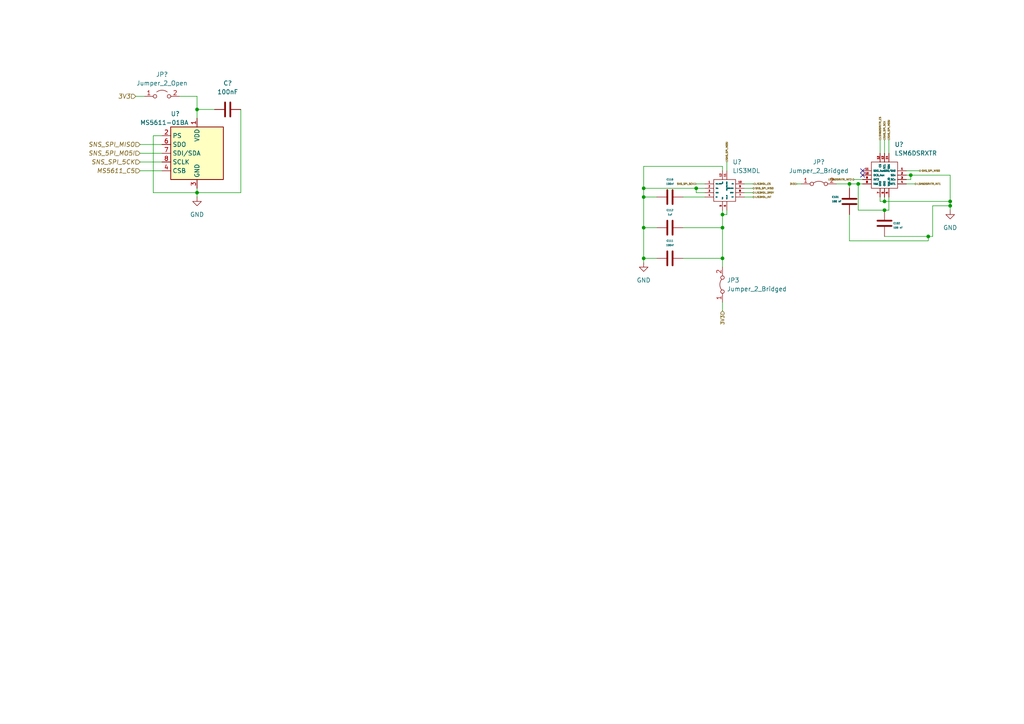
<source format=kicad_sch>
(kicad_sch (version 20211123) (generator eeschema)

  (uuid 3811ad54-5ab9-4310-9b7e-41b853c8d8ca)

  (paper "A4")

  (title_block
    (title "Sensors Heirarchical Sheet")
    (date "2022-09-06")
    (rev "3.1")
  )

  (lib_symbols
    (symbol "Device:C" (pin_numbers hide) (pin_names (offset 0.254)) (in_bom yes) (on_board yes)
      (property "Reference" "C" (id 0) (at 0.635 2.54 0)
        (effects (font (size 1.27 1.27)) (justify left))
      )
      (property "Value" "C" (id 1) (at 0.635 -2.54 0)
        (effects (font (size 1.27 1.27)) (justify left))
      )
      (property "Footprint" "" (id 2) (at 0.9652 -3.81 0)
        (effects (font (size 1.27 1.27)) hide)
      )
      (property "Datasheet" "~" (id 3) (at 0 0 0)
        (effects (font (size 1.27 1.27)) hide)
      )
      (property "ki_keywords" "cap capacitor" (id 4) (at 0 0 0)
        (effects (font (size 1.27 1.27)) hide)
      )
      (property "ki_description" "Unpolarized capacitor" (id 5) (at 0 0 0)
        (effects (font (size 1.27 1.27)) hide)
      )
      (property "ki_fp_filters" "C_*" (id 6) (at 0 0 0)
        (effects (font (size 1.27 1.27)) hide)
      )
      (symbol "C_0_1"
        (polyline
          (pts
            (xy -2.032 -0.762)
            (xy 2.032 -0.762)
          )
          (stroke (width 0.508) (type default) (color 0 0 0 0))
          (fill (type none))
        )
        (polyline
          (pts
            (xy -2.032 0.762)
            (xy 2.032 0.762)
          )
          (stroke (width 0.508) (type default) (color 0 0 0 0))
          (fill (type none))
        )
      )
      (symbol "C_1_1"
        (pin passive line (at 0 3.81 270) (length 2.794)
          (name "~" (effects (font (size 1.27 1.27))))
          (number "1" (effects (font (size 1.27 1.27))))
        )
        (pin passive line (at 0 -3.81 90) (length 2.794)
          (name "~" (effects (font (size 1.27 1.27))))
          (number "2" (effects (font (size 1.27 1.27))))
        )
      )
    )
    (symbol "Jumper:Jumper_2_Bridged" (pin_names (offset 0) hide) (in_bom yes) (on_board yes)
      (property "Reference" "JP" (id 0) (at 0 1.905 0)
        (effects (font (size 1.27 1.27)))
      )
      (property "Value" "Jumper_2_Bridged" (id 1) (at 0 -2.54 0)
        (effects (font (size 1.27 1.27)))
      )
      (property "Footprint" "" (id 2) (at 0 0 0)
        (effects (font (size 1.27 1.27)) hide)
      )
      (property "Datasheet" "~" (id 3) (at 0 0 0)
        (effects (font (size 1.27 1.27)) hide)
      )
      (property "ki_keywords" "Jumper SPST" (id 4) (at 0 0 0)
        (effects (font (size 1.27 1.27)) hide)
      )
      (property "ki_description" "Jumper, 2-pole, closed/bridged" (id 5) (at 0 0 0)
        (effects (font (size 1.27 1.27)) hide)
      )
      (property "ki_fp_filters" "Jumper* TestPoint*2Pads* TestPoint*Bridge*" (id 6) (at 0 0 0)
        (effects (font (size 1.27 1.27)) hide)
      )
      (symbol "Jumper_2_Bridged_0_0"
        (circle (center -2.032 0) (radius 0.508)
          (stroke (width 0) (type default) (color 0 0 0 0))
          (fill (type none))
        )
        (circle (center 2.032 0) (radius 0.508)
          (stroke (width 0) (type default) (color 0 0 0 0))
          (fill (type none))
        )
      )
      (symbol "Jumper_2_Bridged_0_1"
        (arc (start 1.524 0.254) (mid 0 0.762) (end -1.524 0.254)
          (stroke (width 0) (type default) (color 0 0 0 0))
          (fill (type none))
        )
      )
      (symbol "Jumper_2_Bridged_1_1"
        (pin passive line (at -5.08 0 0) (length 2.54)
          (name "A" (effects (font (size 1.27 1.27))))
          (number "1" (effects (font (size 1.27 1.27))))
        )
        (pin passive line (at 5.08 0 180) (length 2.54)
          (name "B" (effects (font (size 1.27 1.27))))
          (number "2" (effects (font (size 1.27 1.27))))
        )
      )
    )
    (symbol "Jumper:Jumper_2_Open" (pin_names (offset 0) hide) (in_bom yes) (on_board yes)
      (property "Reference" "JP" (id 0) (at 0 2.794 0)
        (effects (font (size 1.27 1.27)))
      )
      (property "Value" "Jumper_2_Open" (id 1) (at 0 -2.286 0)
        (effects (font (size 1.27 1.27)))
      )
      (property "Footprint" "" (id 2) (at 0 0 0)
        (effects (font (size 1.27 1.27)) hide)
      )
      (property "Datasheet" "~" (id 3) (at 0 0 0)
        (effects (font (size 1.27 1.27)) hide)
      )
      (property "ki_keywords" "Jumper SPST" (id 4) (at 0 0 0)
        (effects (font (size 1.27 1.27)) hide)
      )
      (property "ki_description" "Jumper, 2-pole, open" (id 5) (at 0 0 0)
        (effects (font (size 1.27 1.27)) hide)
      )
      (property "ki_fp_filters" "Jumper* TestPoint*2Pads* TestPoint*Bridge*" (id 6) (at 0 0 0)
        (effects (font (size 1.27 1.27)) hide)
      )
      (symbol "Jumper_2_Open_0_0"
        (circle (center -2.032 0) (radius 0.508)
          (stroke (width 0) (type default) (color 0 0 0 0))
          (fill (type none))
        )
        (circle (center 2.032 0) (radius 0.508)
          (stroke (width 0) (type default) (color 0 0 0 0))
          (fill (type none))
        )
      )
      (symbol "Jumper_2_Open_0_1"
        (arc (start 1.524 1.27) (mid 0 1.778) (end -1.524 1.27)
          (stroke (width 0) (type default) (color 0 0 0 0))
          (fill (type none))
        )
      )
      (symbol "Jumper_2_Open_1_1"
        (pin passive line (at -5.08 0 0) (length 2.54)
          (name "A" (effects (font (size 1.27 1.27))))
          (number "1" (effects (font (size 1.27 1.27))))
        )
        (pin passive line (at 5.08 0 180) (length 2.54)
          (name "B" (effects (font (size 1.27 1.27))))
          (number "2" (effects (font (size 1.27 1.27))))
        )
      )
    )
    (symbol "LIS3MDL:LIS3MDL" (in_bom yes) (on_board yes)
      (property "Reference" "U" (id 0) (at 0 0 0)
        (effects (font (size 1.27 1.27)))
      )
      (property "Value" "LIS3MDL" (id 1) (at 0 0 0)
        (effects (font (size 1.27 1.27)))
      )
      (property "Footprint" "" (id 2) (at 0 0 0)
        (effects (font (size 1.27 1.27)) hide)
      )
      (property "Datasheet" "" (id 3) (at 0 0 0)
        (effects (font (size 1.27 1.27)) hide)
      )
      (symbol "LIS3MDL_0_1"
        (rectangle (start 3.81 6.35) (end 10.16 0)
          (stroke (width 0) (type default) (color 0 0 0 0))
          (fill (type none))
        )
      )
      (symbol "LIS3MDL_1_1"
        (pin input line (at 1.27 5.08 0) (length 2.54)
          (name "SCL/SPC" (effects (font (size 0.25 0.25))))
          (number "1" (effects (font (size 0.5 0.5))))
        )
        (pin input line (at 12.7 5.08 180) (length 2.54)
          (name "CS" (effects (font (size 0.25 0.25))))
          (number "10" (effects (font (size 0.5 0.5))))
        )
        (pin input line (at 7.62 8.89 270) (length 2.54)
          (name "SDA/SDI/SDO" (effects (font (size 0.25 0.25))))
          (number "11" (effects (font (size 0.5 0.5))))
        )
        (pin power_out line (at 6.35 8.89 270) (length 2.54)
          (name "Res" (effects (font (size 0.25 0.25))))
          (number "12" (effects (font (size 0.5 0.5))))
        )
        (pin power_out line (at 1.27 3.81 0) (length 2.54)
          (name "Res" (effects (font (size 0.25 0.25))))
          (number "2" (effects (font (size 0.5 0.5))))
        )
        (pin power_out line (at 1.27 2.54 0) (length 2.54)
          (name "GND" (effects (font (size 0.25 0.25))))
          (number "3" (effects (font (size 0.5 0.5))))
        )
        (pin output line (at 1.27 1.27 0) (length 2.54)
          (name "C1" (effects (font (size 0.25 0.25))))
          (number "4" (effects (font (size 0.5 0.5))))
        )
        (pin power_in line (at 6.35 -2.54 90) (length 2.54)
          (name "Vdd" (effects (font (size 0.25 0.25))))
          (number "5" (effects (font (size 0.5 0.5))))
        )
        (pin power_in line (at 7.62 -2.54 90) (length 2.54)
          (name "Vdd_IO" (effects (font (size 0.25 0.25))))
          (number "6" (effects (font (size 0.5 0.5))))
        )
        (pin input line (at 12.7 1.27 180) (length 2.54)
          (name "INT" (effects (font (size 0.25 0.25))))
          (number "7" (effects (font (size 0.5 0.5))))
        )
        (pin output line (at 12.7 2.54 180) (length 2.54)
          (name "DRDY" (effects (font (size 0.25 0.25))))
          (number "8" (effects (font (size 0.5 0.5))))
        )
        (pin output line (at 12.7 3.81 180) (length 2.54)
          (name "SDO/SA1" (effects (font (size 0.25 0.25))))
          (number "9" (effects (font (size 0.5 0.5))))
        )
      )
    )
    (symbol "LSM6DSRXTR:LSM6DSRXTR" (in_bom yes) (on_board yes)
      (property "Reference" "U" (id 0) (at 0 0 0)
        (effects (font (size 1.27 1.27)))
      )
      (property "Value" "LSM6DSRXTR" (id 1) (at 0 0 0)
        (effects (font (size 1.27 1.27)))
      )
      (property "Footprint" "" (id 2) (at 0 0 0)
        (effects (font (size 1.27 1.27)) hide)
      )
      (property "Datasheet" "" (id 3) (at 0 0 0)
        (effects (font (size 1.27 1.27)) hide)
      )
      (symbol "LSM6DSRXTR_0_1"
        (rectangle (start 5.08 10.16) (end 12.7 2.54)
          (stroke (width 0) (type default) (color 0 0 0 0))
          (fill (type none))
        )
      )
      (symbol "LSM6DSRXTR_1_1"
        (pin output line (at 15.24 7.62 180) (length 2.54)
          (name "SDO/SA0" (effects (font (size 0.5 0.5))))
          (number "1" (effects (font (size 0.5 0.5))))
        )
        (pin input line (at 2.54 6.35 0) (length 2.54)
          (name "OCS_Aux" (effects (font (size 0.5 0.5))))
          (number "10" (effects (font (size 0.5 0.5))))
        )
        (pin input line (at 2.54 7.62 0) (length 2.54)
          (name "SDO_Aux" (effects (font (size 0.5 0.5))))
          (number "11" (effects (font (size 0.5 0.5))))
        )
        (pin input line (at 7.62 12.7 270) (length 2.54)
          (name "CS" (effects (font (size 0.5 0.5))))
          (number "12" (effects (font (size 0.5 0.5))))
        )
        (pin input line (at 8.89 12.7 270) (length 2.54)
          (name "SCL" (effects (font (size 0.5 0.5))))
          (number "13" (effects (font (size 0.5 0.5))))
        )
        (pin input line (at 10.16 12.7 270) (length 2.54)
          (name "SDA" (effects (font (size 0.5 0.5))))
          (number "14" (effects (font (size 0.5 0.5))))
        )
        (pin bidirectional line (at 15.24 6.35 180) (length 2.54)
          (name "SDx" (effects (font (size 0.5 0.5))))
          (number "2" (effects (font (size 0.5 0.5))))
        )
        (pin bidirectional line (at 15.24 5.08 180) (length 2.54)
          (name "SCx" (effects (font (size 0.5 0.5))))
          (number "3" (effects (font (size 0.5 0.5))))
        )
        (pin input line (at 15.24 3.81 180) (length 2.54)
          (name "INT1" (effects (font (size 0.5 0.5))))
          (number "4" (effects (font (size 0.5 0.5))))
        )
        (pin power_in line (at 10.16 0 90) (length 2.54)
          (name "Vdd_IO" (effects (font (size 0.5 0.5))))
          (number "5" (effects (font (size 0.5 0.5))))
        )
        (pin power_out line (at 8.89 0 90) (length 2.54)
          (name "GND" (effects (font (size 0.5 0.5))))
          (number "6" (effects (font (size 0.5 0.5))))
        )
        (pin power_out line (at 7.62 0 90) (length 2.54)
          (name "GND" (effects (font (size 0.5 0.5))))
          (number "7" (effects (font (size 0.5 0.5))))
        )
        (pin power_in line (at 2.54 3.81 0) (length 2.54)
          (name "Vdd" (effects (font (size 0.5 0.5))))
          (number "8" (effects (font (size 0.5 0.5))))
        )
        (pin input line (at 2.54 5.08 0) (length 2.54)
          (name "INT2" (effects (font (size 0.5 0.5))))
          (number "9" (effects (font (size 0.5 0.5))))
        )
      )
    )
    (symbol "Sensor_Pressure:MS5611-01BA" (in_bom yes) (on_board yes)
      (property "Reference" "U" (id 0) (at -6.35 8.89 0)
        (effects (font (size 1.27 1.27)))
      )
      (property "Value" "MS5611-01BA" (id 1) (at 7.62 8.89 0)
        (effects (font (size 1.27 1.27)))
      )
      (property "Footprint" "Package_LGA:LGA-8_3x5mm_P1.25mm" (id 2) (at 0 0 0)
        (effects (font (size 1.27 1.27)) hide)
      )
      (property "Datasheet" "https://www.te.com/commerce/DocumentDelivery/DDEController?Action=srchrtrv&DocNm=MS5611-01BA03&DocType=Data+Sheet&DocLang=English" (id 3) (at 0 0 0)
        (effects (font (size 1.27 1.27)) hide)
      )
      (property "ki_keywords" "pressure SPI I2C" (id 4) (at 0 0 0)
        (effects (font (size 1.27 1.27)) hide)
      )
      (property "ki_description" "Barometric pressure sensor, 10cm resolution, 10 to 1200 mbar, I2C and SPI interface up to 20MHz, LGA-8" (id 5) (at 0 0 0)
        (effects (font (size 1.27 1.27)) hide)
      )
      (property "ki_fp_filters" "LGA*3x5mm*P1.25mm*" (id 6) (at 0 0 0)
        (effects (font (size 1.27 1.27)) hide)
      )
      (symbol "MS5611-01BA_0_1"
        (rectangle (start -7.62 7.62) (end 7.62 -7.62)
          (stroke (width 0.254) (type default) (color 0 0 0 0))
          (fill (type background))
        )
      )
      (symbol "MS5611-01BA_1_1"
        (pin power_in line (at 0 10.16 270) (length 2.54)
          (name "VDD" (effects (font (size 1.27 1.27))))
          (number "1" (effects (font (size 1.27 1.27))))
        )
        (pin input line (at -10.16 5.08 0) (length 2.54)
          (name "PS" (effects (font (size 1.27 1.27))))
          (number "2" (effects (font (size 1.27 1.27))))
        )
        (pin power_in line (at 0 -10.16 90) (length 2.54)
          (name "GND" (effects (font (size 1.27 1.27))))
          (number "3" (effects (font (size 1.27 1.27))))
        )
        (pin input line (at -10.16 -5.08 0) (length 2.54)
          (name "CSB" (effects (font (size 1.27 1.27))))
          (number "4" (effects (font (size 1.27 1.27))))
        )
        (pin input line (at -10.16 -5.08 0) (length 2.54) hide
          (name "CSB" (effects (font (size 1.27 1.27))))
          (number "5" (effects (font (size 1.27 1.27))))
        )
        (pin output line (at -10.16 2.54 0) (length 2.54)
          (name "SDO" (effects (font (size 1.27 1.27))))
          (number "6" (effects (font (size 1.27 1.27))))
        )
        (pin bidirectional line (at -10.16 0 0) (length 2.54)
          (name "SDI/SDA" (effects (font (size 1.27 1.27))))
          (number "7" (effects (font (size 1.27 1.27))))
        )
        (pin input line (at -10.16 -2.54 0) (length 2.54)
          (name "SCLK" (effects (font (size 1.27 1.27))))
          (number "8" (effects (font (size 1.27 1.27))))
        )
      )
    )
    (symbol "power:GND" (power) (pin_names (offset 0)) (in_bom yes) (on_board yes)
      (property "Reference" "#PWR" (id 0) (at 0 -6.35 0)
        (effects (font (size 1.27 1.27)) hide)
      )
      (property "Value" "GND" (id 1) (at 0 -3.81 0)
        (effects (font (size 1.27 1.27)))
      )
      (property "Footprint" "" (id 2) (at 0 0 0)
        (effects (font (size 1.27 1.27)) hide)
      )
      (property "Datasheet" "" (id 3) (at 0 0 0)
        (effects (font (size 1.27 1.27)) hide)
      )
      (property "ki_keywords" "power-flag" (id 4) (at 0 0 0)
        (effects (font (size 1.27 1.27)) hide)
      )
      (property "ki_description" "Power symbol creates a global label with name \"GND\" , ground" (id 5) (at 0 0 0)
        (effects (font (size 1.27 1.27)) hide)
      )
      (symbol "GND_0_1"
        (polyline
          (pts
            (xy 0 0)
            (xy 0 -1.27)
            (xy 1.27 -1.27)
            (xy 0 -2.54)
            (xy -1.27 -1.27)
            (xy 0 -1.27)
          )
          (stroke (width 0) (type default) (color 0 0 0 0))
          (fill (type none))
        )
      )
      (symbol "GND_1_1"
        (pin power_in line (at 0 0 270) (length 0) hide
          (name "GND" (effects (font (size 1.27 1.27))))
          (number "1" (effects (font (size 1.27 1.27))))
        )
      )
    )
  )

  (junction (at 246.38 53.34) (diameter 0) (color 0 0 0 0)
    (uuid 0e6b9873-1e66-422c-809a-e41dcafd88ae)
  )
  (junction (at 201.93 54.61) (diameter 0) (color 0 0 0 0)
    (uuid 0f568e1e-be88-4ea8-992c-154d3480447d)
  )
  (junction (at 209.55 62.23) (diameter 0) (color 0 0 0 0)
    (uuid 111c7bfe-6aab-4f7f-afba-7ff6ec1513ff)
  )
  (junction (at 248.92 53.34) (diameter 0) (color 0 0 0 0)
    (uuid 16ccd113-3b73-4aa5-9aab-d71868924a2f)
  )
  (junction (at 186.69 66.04) (diameter 0) (color 0 0 0 0)
    (uuid 1f4805bd-7496-4c4f-a38e-d37c2a726574)
  )
  (junction (at 186.69 54.61) (diameter 0) (color 0 0 0 0)
    (uuid 2a5bcae5-c25c-418a-8806-94a5ca2ae46a)
  )
  (junction (at 275.59 59.69) (diameter 0) (color 0 0 0 0)
    (uuid 478bfea5-1256-4ee6-aced-3409069b834e)
  )
  (junction (at 209.55 74.93) (diameter 0) (color 0 0 0 0)
    (uuid 647ab524-e5d6-488a-b6c9-508c06e737c3)
  )
  (junction (at 256.54 58.42) (diameter 0) (color 0 0 0 0)
    (uuid 6af6ad7f-72e8-491d-8273-bb3cf41a94de)
  )
  (junction (at 209.55 66.04) (diameter 0) (color 0 0 0 0)
    (uuid 74e07964-cdfb-4594-b399-601c147c0f92)
  )
  (junction (at 256.54 60.96) (diameter 0) (color 0 0 0 0)
    (uuid 80170e46-f141-4f81-91fa-b6efb038bced)
  )
  (junction (at 275.59 58.42) (diameter 0) (color 0 0 0 0)
    (uuid 91d7b6a3-719e-44da-b127-9d5d50a6c337)
  )
  (junction (at 264.16 50.8) (diameter 0) (color 0 0 0 0)
    (uuid 9b7ad305-f8fd-4081-b957-4a04fad43769)
  )
  (junction (at 57.15 55.88) (diameter 0) (color 0 0 0 0)
    (uuid b1bec133-4a92-4a21-b05e-3dd7f22984c1)
  )
  (junction (at 57.15 31.75) (diameter 0) (color 0 0 0 0)
    (uuid b864c920-b422-4aff-9d36-b709c6a37353)
  )
  (junction (at 186.69 74.93) (diameter 0) (color 0 0 0 0)
    (uuid bcaa6001-894e-4f11-a703-1e75beea0ed0)
  )
  (junction (at 269.24 68.58) (diameter 0) (color 0 0 0 0)
    (uuid c0568f56-e572-48d8-817d-5ac158f67e1b)
  )
  (junction (at 186.69 57.15) (diameter 0) (color 0 0 0 0)
    (uuid c8c0400a-ccf4-4601-8cae-0c997e9acb99)
  )

  (no_connect (at 250.19 50.8) (uuid 252a3113-b68b-4aef-b2e2-c471fe7fdf1a))
  (no_connect (at 250.19 49.53) (uuid 252a3113-b68b-4aef-b2e2-c471fe7fdf1b))

  (wire (pts (xy 265.43 53.34) (xy 262.89 53.34))
    (stroke (width 0) (type default) (color 0 0 0 0))
    (uuid 0503a3cb-7398-4345-ba40-d2461b0cf5df)
  )
  (wire (pts (xy 262.89 52.07) (xy 264.16 52.07))
    (stroke (width 0) (type default) (color 0 0 0 0))
    (uuid 0c6a5a3b-6a83-4c92-8650-040dcfdde3f9)
  )
  (wire (pts (xy 218.44 53.34) (xy 215.9 53.34))
    (stroke (width 0) (type default) (color 0 0 0 0))
    (uuid 1d76ac1f-1bf7-4b19-8b09-03b0bf0c2e1f)
  )
  (wire (pts (xy 218.44 54.61) (xy 215.9 54.61))
    (stroke (width 0) (type default) (color 0 0 0 0))
    (uuid 1e0b2a9a-406e-4dcb-a763-a885be144de2)
  )
  (wire (pts (xy 264.16 52.07) (xy 264.16 50.8))
    (stroke (width 0) (type default) (color 0 0 0 0))
    (uuid 1ed07458-96e9-49f9-bfd3-a02ba13394d1)
  )
  (wire (pts (xy 190.5 74.93) (xy 186.69 74.93))
    (stroke (width 0) (type default) (color 0 0 0 0))
    (uuid 1fbf9165-3b8e-410b-80e0-7a1725c229cc)
  )
  (wire (pts (xy 257.81 40.64) (xy 257.81 44.45))
    (stroke (width 0) (type default) (color 0 0 0 0))
    (uuid 2d4e6c7d-3d39-499d-aa62-694da893bfff)
  )
  (wire (pts (xy 40.64 46.99) (xy 46.99 46.99))
    (stroke (width 0) (type default) (color 0 0 0 0))
    (uuid 30ce5ebc-12f2-47bb-a4f8-ba7b770f334e)
  )
  (wire (pts (xy 256.54 57.15) (xy 256.54 58.42))
    (stroke (width 0) (type default) (color 0 0 0 0))
    (uuid 31dfde8f-5ec5-4e6f-832d-3c95f41a7c12)
  )
  (wire (pts (xy 218.44 57.15) (xy 215.9 57.15))
    (stroke (width 0) (type default) (color 0 0 0 0))
    (uuid 36030252-ab94-4518-83b7-f1a0e549f082)
  )
  (wire (pts (xy 209.55 90.17) (xy 209.55 87.63))
    (stroke (width 0) (type default) (color 0 0 0 0))
    (uuid 369db19a-3019-4610-ac5b-c8a323115f08)
  )
  (wire (pts (xy 262.89 50.8) (xy 264.16 50.8))
    (stroke (width 0) (type default) (color 0 0 0 0))
    (uuid 36f6bfb1-23b7-4a94-94b2-f9e457677fc9)
  )
  (wire (pts (xy 256.54 58.42) (xy 275.59 58.42))
    (stroke (width 0) (type default) (color 0 0 0 0))
    (uuid 394a1271-3f4a-4edf-b4c8-1b9e9f230ae5)
  )
  (wire (pts (xy 275.59 59.69) (xy 275.59 60.96))
    (stroke (width 0) (type default) (color 0 0 0 0))
    (uuid 3b6ce30c-fe4f-4b14-a243-88ebc01300ac)
  )
  (wire (pts (xy 190.5 57.15) (xy 186.69 57.15))
    (stroke (width 0) (type default) (color 0 0 0 0))
    (uuid 3c02160a-70d4-4c23-9d42-d413d6e380af)
  )
  (wire (pts (xy 40.64 44.45) (xy 46.99 44.45))
    (stroke (width 0) (type default) (color 0 0 0 0))
    (uuid 3d59235c-c551-4d32-8b34-1fbc4c071ca4)
  )
  (wire (pts (xy 246.38 54.61) (xy 246.38 53.34))
    (stroke (width 0) (type default) (color 0 0 0 0))
    (uuid 3e3bf593-87e6-4f44-ab51-5bf475750672)
  )
  (wire (pts (xy 44.45 55.88) (xy 57.15 55.88))
    (stroke (width 0) (type default) (color 0 0 0 0))
    (uuid 3e6e7211-2185-41a4-9729-e17c749d09eb)
  )
  (wire (pts (xy 248.92 53.34) (xy 250.19 53.34))
    (stroke (width 0) (type default) (color 0 0 0 0))
    (uuid 3f92c6a5-fcae-4e3b-a5b7-fb0cdf2a1a51)
  )
  (wire (pts (xy 269.24 68.58) (xy 270.51 68.58))
    (stroke (width 0) (type default) (color 0 0 0 0))
    (uuid 423b7066-1760-4427-844a-1f9bbf488384)
  )
  (wire (pts (xy 209.55 66.04) (xy 209.55 74.93))
    (stroke (width 0) (type default) (color 0 0 0 0))
    (uuid 42aa686e-1687-49df-93eb-171e7fd2b6d5)
  )
  (wire (pts (xy 40.64 49.53) (xy 46.99 49.53))
    (stroke (width 0) (type default) (color 0 0 0 0))
    (uuid 4544769b-76a7-4290-9a17-f9ecb6da5260)
  )
  (wire (pts (xy 246.38 53.34) (xy 248.92 53.34))
    (stroke (width 0) (type default) (color 0 0 0 0))
    (uuid 4729a552-d377-4606-b34c-b3442b6fed37)
  )
  (wire (pts (xy 186.69 66.04) (xy 186.69 74.93))
    (stroke (width 0) (type default) (color 0 0 0 0))
    (uuid 481d91b3-1efd-4944-ab81-68aadbae8f19)
  )
  (wire (pts (xy 246.38 69.85) (xy 269.24 69.85))
    (stroke (width 0) (type default) (color 0 0 0 0))
    (uuid 4b9bb114-b899-432a-803d-d230c551c3a1)
  )
  (wire (pts (xy 201.93 55.88) (xy 201.93 54.61))
    (stroke (width 0) (type default) (color 0 0 0 0))
    (uuid 4f0fc4f1-cd51-4d6e-ae96-c89c246f7b6c)
  )
  (wire (pts (xy 210.82 62.23) (xy 209.55 62.23))
    (stroke (width 0) (type default) (color 0 0 0 0))
    (uuid 52a02c89-9062-46ac-9d8c-fea8cbfb3bf1)
  )
  (wire (pts (xy 255.27 40.64) (xy 255.27 44.45))
    (stroke (width 0) (type default) (color 0 0 0 0))
    (uuid 575b348f-7bdc-4f16-8aa3-cd6a26d93e6e)
  )
  (wire (pts (xy 69.85 31.75) (xy 69.85 55.88))
    (stroke (width 0) (type default) (color 0 0 0 0))
    (uuid 5b58be68-8bbd-4098-b9c2-18a795390eed)
  )
  (wire (pts (xy 255.27 57.15) (xy 255.27 58.42))
    (stroke (width 0) (type default) (color 0 0 0 0))
    (uuid 5bbb8c85-6ae1-4a70-83c6-7d40561e5295)
  )
  (wire (pts (xy 186.69 54.61) (xy 201.93 54.61))
    (stroke (width 0) (type default) (color 0 0 0 0))
    (uuid 5da35795-321c-47bf-8343-fca79ee459fc)
  )
  (wire (pts (xy 198.12 74.93) (xy 209.55 74.93))
    (stroke (width 0) (type default) (color 0 0 0 0))
    (uuid 5e5ffe78-d18e-4afa-896d-8feecc71cf51)
  )
  (wire (pts (xy 57.15 55.88) (xy 57.15 54.61))
    (stroke (width 0) (type default) (color 0 0 0 0))
    (uuid 6178098e-2d4b-4a9b-9d92-8bbff7a93541)
  )
  (wire (pts (xy 248.92 60.96) (xy 256.54 60.96))
    (stroke (width 0) (type default) (color 0 0 0 0))
    (uuid 64f1441d-1ec8-4b6f-9e5a-1230a803493d)
  )
  (wire (pts (xy 256.54 68.58) (xy 269.24 68.58))
    (stroke (width 0) (type default) (color 0 0 0 0))
    (uuid 652239fa-c3b2-4da8-8c1c-85c1c47f05c0)
  )
  (wire (pts (xy 44.45 39.37) (xy 44.45 55.88))
    (stroke (width 0) (type default) (color 0 0 0 0))
    (uuid 67f987e4-5e3d-4c44-ba37-4f87143b7e5d)
  )
  (wire (pts (xy 256.54 40.64) (xy 256.54 44.45))
    (stroke (width 0) (type default) (color 0 0 0 0))
    (uuid 6917289d-02de-4dd9-adeb-94b7ea82954f)
  )
  (wire (pts (xy 210.82 46.99) (xy 210.82 49.53))
    (stroke (width 0) (type default) (color 0 0 0 0))
    (uuid 71866dba-acf5-4116-a7f6-92a3af0030c7)
  )
  (wire (pts (xy 209.55 62.23) (xy 209.55 66.04))
    (stroke (width 0) (type default) (color 0 0 0 0))
    (uuid 7a89d865-a5a6-43d5-9115-e1974fce92e9)
  )
  (wire (pts (xy 209.55 49.53) (xy 209.55 48.26))
    (stroke (width 0) (type default) (color 0 0 0 0))
    (uuid 7b0f2009-5b26-403a-b4bb-ee2e6976352e)
  )
  (wire (pts (xy 266.7 49.53) (xy 262.89 49.53))
    (stroke (width 0) (type default) (color 0 0 0 0))
    (uuid 85a367a5-262e-47d9-aabe-d7634ab53c2e)
  )
  (wire (pts (xy 198.12 66.04) (xy 209.55 66.04))
    (stroke (width 0) (type default) (color 0 0 0 0))
    (uuid 8b4f805d-6447-4202-89c7-bc33881fceb0)
  )
  (wire (pts (xy 269.24 69.85) (xy 269.24 68.58))
    (stroke (width 0) (type default) (color 0 0 0 0))
    (uuid 9571805c-1ac4-4760-a0d4-567d37a037ec)
  )
  (wire (pts (xy 275.59 58.42) (xy 275.59 59.69))
    (stroke (width 0) (type default) (color 0 0 0 0))
    (uuid 959f432e-9215-4045-89ac-eeb7c8b80291)
  )
  (wire (pts (xy 198.12 57.15) (xy 204.47 57.15))
    (stroke (width 0) (type default) (color 0 0 0 0))
    (uuid 95d31cbb-360c-4d56-8201-ea698ae45d60)
  )
  (wire (pts (xy 186.69 57.15) (xy 186.69 66.04))
    (stroke (width 0) (type default) (color 0 0 0 0))
    (uuid 9d45c492-6574-42c4-8078-8000e04fcc7d)
  )
  (wire (pts (xy 209.55 74.93) (xy 209.55 77.47))
    (stroke (width 0) (type default) (color 0 0 0 0))
    (uuid a28734b6-acca-4cc2-ba98-3facd8d281a7)
  )
  (wire (pts (xy 275.59 50.8) (xy 275.59 58.42))
    (stroke (width 0) (type default) (color 0 0 0 0))
    (uuid a559a519-afb9-45b4-8dc9-63ee092222f5)
  )
  (wire (pts (xy 209.55 48.26) (xy 186.69 48.26))
    (stroke (width 0) (type default) (color 0 0 0 0))
    (uuid a6ac6363-ab45-4533-b1dd-fb0e1274093e)
  )
  (wire (pts (xy 210.82 60.96) (xy 210.82 62.23))
    (stroke (width 0) (type default) (color 0 0 0 0))
    (uuid a8450f79-ed2d-4e3f-af56-b24ebafcb43d)
  )
  (wire (pts (xy 255.27 58.42) (xy 256.54 58.42))
    (stroke (width 0) (type default) (color 0 0 0 0))
    (uuid a958e25c-d53f-4bb5-b95c-310479c46c82)
  )
  (wire (pts (xy 201.93 53.34) (xy 204.47 53.34))
    (stroke (width 0) (type default) (color 0 0 0 0))
    (uuid afd36165-c3a0-4990-915a-dac84d00e06a)
  )
  (wire (pts (xy 190.5 66.04) (xy 186.69 66.04))
    (stroke (width 0) (type default) (color 0 0 0 0))
    (uuid b2c92e8f-2a44-402f-a4ec-f33a28dd7d50)
  )
  (wire (pts (xy 247.65 52.07) (xy 250.19 52.07))
    (stroke (width 0) (type default) (color 0 0 0 0))
    (uuid b4202d7e-7b06-4304-807c-27b9544be3e7)
  )
  (wire (pts (xy 57.15 57.15) (xy 57.15 55.88))
    (stroke (width 0) (type default) (color 0 0 0 0))
    (uuid b52f56f6-712e-430c-98fd-3dce7c1902ce)
  )
  (wire (pts (xy 264.16 50.8) (xy 275.59 50.8))
    (stroke (width 0) (type default) (color 0 0 0 0))
    (uuid b84673bb-7500-4483-960c-2cde70069311)
  )
  (wire (pts (xy 186.69 74.93) (xy 186.69 76.2))
    (stroke (width 0) (type default) (color 0 0 0 0))
    (uuid c2d6a56c-8d3f-470f-85ad-e4f5b4df6392)
  )
  (wire (pts (xy 248.92 53.34) (xy 248.92 60.96))
    (stroke (width 0) (type default) (color 0 0 0 0))
    (uuid c39e8f11-f640-49e4-b95a-b6cbef35a28b)
  )
  (wire (pts (xy 246.38 62.23) (xy 246.38 69.85))
    (stroke (width 0) (type default) (color 0 0 0 0))
    (uuid c637dc84-98fa-4295-bcc7-a09f9b9a23c7)
  )
  (wire (pts (xy 186.69 54.61) (xy 186.69 57.15))
    (stroke (width 0) (type default) (color 0 0 0 0))
    (uuid cb11ca38-ca68-4056-ba17-358cbfb3146d)
  )
  (wire (pts (xy 39.37 27.94) (xy 41.91 27.94))
    (stroke (width 0) (type default) (color 0 0 0 0))
    (uuid cb6005e3-e9d0-49fb-b777-e382c79c439d)
  )
  (wire (pts (xy 57.15 27.94) (xy 57.15 31.75))
    (stroke (width 0) (type default) (color 0 0 0 0))
    (uuid cf3bdacc-8842-4725-8cf3-9f45836a1677)
  )
  (wire (pts (xy 57.15 31.75) (xy 57.15 34.29))
    (stroke (width 0) (type default) (color 0 0 0 0))
    (uuid d15a964e-e062-43a5-838a-ea147091e559)
  )
  (wire (pts (xy 256.54 60.96) (xy 257.81 60.96))
    (stroke (width 0) (type default) (color 0 0 0 0))
    (uuid d2c91daa-8a73-402a-b38a-eb9d0fb10601)
  )
  (wire (pts (xy 46.99 39.37) (xy 44.45 39.37))
    (stroke (width 0) (type default) (color 0 0 0 0))
    (uuid d323b4c5-9e68-473e-95d2-9477c8b45e90)
  )
  (wire (pts (xy 242.57 53.34) (xy 246.38 53.34))
    (stroke (width 0) (type default) (color 0 0 0 0))
    (uuid d508f465-e384-484d-9125-6b83c8449347)
  )
  (wire (pts (xy 270.51 59.69) (xy 275.59 59.69))
    (stroke (width 0) (type default) (color 0 0 0 0))
    (uuid d7dc0d9c-4aad-4c0e-91a1-0ae8358d80f9)
  )
  (wire (pts (xy 231.14 53.34) (xy 232.41 53.34))
    (stroke (width 0) (type default) (color 0 0 0 0))
    (uuid da07ffd2-b3b5-42e3-96a3-2a55c9fa9605)
  )
  (wire (pts (xy 52.07 27.94) (xy 57.15 27.94))
    (stroke (width 0) (type default) (color 0 0 0 0))
    (uuid deece2fb-4f69-4d9b-8246-b043ee6faaa3)
  )
  (wire (pts (xy 209.55 60.96) (xy 209.55 62.23))
    (stroke (width 0) (type default) (color 0 0 0 0))
    (uuid e3b081b1-14aa-4896-8b29-f2e485967afe)
  )
  (wire (pts (xy 57.15 55.88) (xy 69.85 55.88))
    (stroke (width 0) (type default) (color 0 0 0 0))
    (uuid e493810c-2509-49f5-8b1f-6dcec7c77174)
  )
  (wire (pts (xy 201.93 54.61) (xy 204.47 54.61))
    (stroke (width 0) (type default) (color 0 0 0 0))
    (uuid eb3d785e-c17b-4045-bd64-48fda9d930d3)
  )
  (wire (pts (xy 257.81 57.15) (xy 257.81 60.96))
    (stroke (width 0) (type default) (color 0 0 0 0))
    (uuid eb947f42-927c-43c1-b85a-e18bfa11234d)
  )
  (wire (pts (xy 62.23 31.75) (xy 57.15 31.75))
    (stroke (width 0) (type default) (color 0 0 0 0))
    (uuid ef07a939-19c5-4a01-af1f-bd12bcdcbfa1)
  )
  (wire (pts (xy 204.47 55.88) (xy 201.93 55.88))
    (stroke (width 0) (type default) (color 0 0 0 0))
    (uuid f2a1cdc2-ff86-4684-89e1-c38ff93e3082)
  )
  (wire (pts (xy 186.69 48.26) (xy 186.69 54.61))
    (stroke (width 0) (type default) (color 0 0 0 0))
    (uuid f918a5bd-de16-4b6d-916e-3868b3890ad1)
  )
  (wire (pts (xy 40.64 41.91) (xy 46.99 41.91))
    (stroke (width 0) (type default) (color 0 0 0 0))
    (uuid fb801d09-daf6-4551-908b-48d679729952)
  )
  (wire (pts (xy 218.44 55.88) (xy 215.9 55.88))
    (stroke (width 0) (type default) (color 0 0 0 0))
    (uuid fbbdf341-cc71-40f2-93d4-bda993ce74b4)
  )
  (wire (pts (xy 270.51 59.69) (xy 270.51 68.58))
    (stroke (width 0) (type default) (color 0 0 0 0))
    (uuid fbbdfd00-07f1-4ee8-9021-ae0ca1d32b32)
  )

  (hierarchical_label "SNS_5PI_MO5I" (shape input) (at 40.64 44.45 180)
    (effects (font (size 1.27 1.27) italic) (justify right))
    (uuid 01f089e9-3fd8-4bdd-8556-b3bdc45fddfa)
  )
  (hierarchical_label "SNS_SPI_MISO" (shape input) (at 40.64 41.91 180)
    (effects (font (size 1.27 1.27) italic) (justify right))
    (uuid 218fb395-39c9-40d8-8bd9-55d466beb2b9)
  )
  (hierarchical_label "SNS_SPI_MOSI" (shape input) (at 257.81 40.64 90)
    (effects (font (size 0.5 0.5)) (justify left))
    (uuid 23db26cf-0ba7-4457-91a1-f33a3bd72062)
  )
  (hierarchical_label "SNS_SPI_MISO" (shape output) (at 266.7 49.53 0)
    (effects (font (size 0.5 0.5)) (justify left))
    (uuid 276ef3b8-464a-4853-923d-88663377d78b)
  )
  (hierarchical_label "3V3" (shape input) (at 209.55 90.17 270)
    (effects (font (size 1 1)) (justify right))
    (uuid 309c71c8-1db3-49b6-a837-e2ae2cf4ce9f)
  )
  (hierarchical_label "3V3" (shape input) (at 231.14 53.34 180)
    (effects (font (size 0.5 0.5)) (justify right))
    (uuid 5090697c-26e4-4015-9ca7-ab50004af014)
  )
  (hierarchical_label "LSM6DSRXTR_CS" (shape input) (at 255.27 40.64 90)
    (effects (font (size 0.5 0.5)) (justify left))
    (uuid 7afececb-0585-4f76-9ffb-74409667f7b8)
  )
  (hierarchical_label "3V3" (shape input) (at 39.37 27.94 180)
    (effects (font (size 1.27 1.27) italic) (justify right))
    (uuid 7f0ab4dd-81e6-4755-bafd-05384b3c7d54)
  )
  (hierarchical_label "SNS_SPI_SCK" (shape input) (at 201.93 53.34 180)
    (effects (font (size 0.5 0.5)) (justify right))
    (uuid 83e24c5e-d3ec-4406-a4eb-b5bcdd25162a)
  )
  (hierarchical_label "SNS_SPI_MOSI" (shape input) (at 210.82 46.99 90)
    (effects (font (size 0.5 0.5)) (justify left))
    (uuid 8ccffa4d-c543-483e-8cc0-c786e709c889)
  )
  (hierarchical_label "MS5611_C5" (shape input) (at 40.64 49.53 180)
    (effects (font (size 1.27 1.27) italic) (justify right))
    (uuid 9db81fa6-25a8-474e-88dc-3cfc926a2b05)
  )
  (hierarchical_label "LIS3MDL_DRDY" (shape output) (at 218.44 55.88 0)
    (effects (font (size 0.5 0.5)) (justify left))
    (uuid a512235a-dd31-4b73-a47a-8be9021cfb65)
  )
  (hierarchical_label "LIS3MDL_CS" (shape input) (at 218.44 53.34 0)
    (effects (font (size 0.5 0.5)) (justify left))
    (uuid a8410696-e12a-44dc-acec-091749e5177b)
  )
  (hierarchical_label "SNS_SPI_SCK" (shape input) (at 256.54 40.64 90)
    (effects (font (size 0.5 0.5)) (justify left))
    (uuid bd28c82e-4504-4c47-bcff-2bfe021b3067)
  )
  (hierarchical_label "LSM6DSRXTR_INT2" (shape output) (at 247.65 52.07 180)
    (effects (font (size 0.5 0.5)) (justify right))
    (uuid c454650a-bac7-4b66-8988-731e85357cbc)
  )
  (hierarchical_label "SNS_SPI_MISO" (shape output) (at 218.44 54.61 0)
    (effects (font (size 0.5 0.5)) (justify left))
    (uuid ceaf7b9c-e9c5-4dcd-b074-a23e62c1a575)
  )
  (hierarchical_label "LIS3MDL_INT" (shape output) (at 218.44 57.15 0)
    (effects (font (size 0.5 0.5)) (justify left))
    (uuid df5dbdcf-23ad-4cb0-bc49-4d22b5c5f8ab)
  )
  (hierarchical_label "LSM6DSRXTR_INT1" (shape output) (at 265.43 53.34 0)
    (effects (font (size 0.5 0.5)) (justify left))
    (uuid f56a93bd-cfb8-468f-b319-f1c9183a7280)
  )
  (hierarchical_label "SNS_SPI_5CK" (shape input) (at 40.64 46.99 180)
    (effects (font (size 1.27 1.27) italic) (justify right))
    (uuid fc5c7c78-9bdd-4d1c-a269-56c60340c653)
  )

  (symbol (lib_id "Device:C") (at 194.31 57.15 90) (unit 1)
    (in_bom yes) (on_board yes) (fields_autoplaced)
    (uuid 155b4f7a-af33-41b9-947f-1e58a1ba00be)
    (property "Reference" "C110" (id 0) (at 194.31 52.07 90)
      (effects (font (size 0.5 0.5)))
    )
    (property "Value" "100nf" (id 1) (at 194.31 53.34 90)
      (effects (font (size 0.5 0.5)))
    )
    (property "Footprint" "" (id 2) (at 198.12 56.1848 0)
      (effects (font (size 1.27 1.27)) hide)
    )
    (property "Datasheet" "~" (id 3) (at 194.31 57.15 0)
      (effects (font (size 1.27 1.27)) hide)
    )
    (pin "1" (uuid 7ff8740b-e8cc-4dd2-9e07-9a075406870a))
    (pin "2" (uuid 774e7d7f-9a9a-4109-88eb-21f6c66234b3))
  )

  (symbol (lib_id "Jumper:Jumper_2_Bridged") (at 209.55 82.55 90) (unit 1)
    (in_bom yes) (on_board yes) (fields_autoplaced)
    (uuid 2ddef638-9b26-4617-9bdd-884fea248e23)
    (property "Reference" "JP3" (id 0) (at 210.82 81.2799 90)
      (effects (font (size 1.27 1.27)) (justify right))
    )
    (property "Value" "Jumper_2_Bridged" (id 1) (at 210.82 83.8199 90)
      (effects (font (size 1.27 1.27)) (justify right))
    )
    (property "Footprint" "" (id 2) (at 209.55 82.55 0)
      (effects (font (size 1.27 1.27)) hide)
    )
    (property "Datasheet" "~" (id 3) (at 209.55 82.55 0)
      (effects (font (size 1.27 1.27)) hide)
    )
    (pin "1" (uuid 56c262d8-d650-4da5-a120-da6d2ba03fc5))
    (pin "2" (uuid b5278e2e-be4b-4e4d-ab9e-c34057ed6dc7))
  )

  (symbol (lib_id "Device:C") (at 256.54 64.77 0) (unit 1)
    (in_bom yes) (on_board yes)
    (uuid 361ae8e9-3d6b-4a85-81b5-195728ed3b7f)
    (property "Reference" "C102" (id 0) (at 259.08 64.77 0)
      (effects (font (size 0.5 0.5)) (justify left))
    )
    (property "Value" "100 nF" (id 1) (at 259.08 66.04 0)
      (effects (font (size 0.5 0.5)) (justify left))
    )
    (property "Footprint" "" (id 2) (at 257.5052 68.58 0)
      (effects (font (size 1.27 1.27)) hide)
    )
    (property "Datasheet" "~" (id 3) (at 256.54 64.77 0)
      (effects (font (size 1.27 1.27)) hide)
    )
    (pin "1" (uuid 0082aa27-6c24-43a7-a032-9bb6a05dc473))
    (pin "2" (uuid 93de1f1b-217a-4dc1-ace4-05175d4c9efe))
  )

  (symbol (lib_id "LSM6DSRXTR:LSM6DSRXTR") (at 247.65 57.15 0) (unit 1)
    (in_bom yes) (on_board yes) (fields_autoplaced)
    (uuid 5f62b0e5-d967-45af-b56e-48cdf6749667)
    (property "Reference" "U?" (id 0) (at 259.4611 41.91 0)
      (effects (font (size 1.27 1.27)) (justify left))
    )
    (property "Value" "LSM6DSRXTR" (id 1) (at 259.4611 44.45 0)
      (effects (font (size 1.27 1.27)) (justify left))
    )
    (property "Footprint" "" (id 2) (at 247.65 57.15 0)
      (effects (font (size 1.27 1.27)) hide)
    )
    (property "Datasheet" "" (id 3) (at 247.65 57.15 0)
      (effects (font (size 1.27 1.27)) hide)
    )
    (pin "1" (uuid 3b988620-7add-40c8-b16a-c49afc179b32))
    (pin "10" (uuid a43ba7ad-62cc-43e5-aa46-790fb7ef6286))
    (pin "11" (uuid 5f5f7173-f35f-4738-adf6-7d530d086c9f))
    (pin "12" (uuid 3fe4fd70-beb7-4292-a022-7fe5cc189889))
    (pin "13" (uuid 8b2c3086-c36c-4b41-9497-c34a759abead))
    (pin "14" (uuid 77b5aedf-6d2c-4fc4-9e62-15c734719c23))
    (pin "2" (uuid a9bf3e1c-7d30-480e-aeef-3f876dd811fc))
    (pin "3" (uuid b0bcdada-4852-4736-9bc0-8440bbe2a58a))
    (pin "4" (uuid f37ee2a4-19f2-4ec3-89ce-c2130c17ea08))
    (pin "5" (uuid a7d6c42b-39bd-4159-929f-04e058823857))
    (pin "6" (uuid bb258e7e-24f3-41cc-80c7-b9a451e8dcda))
    (pin "7" (uuid ee067568-d02f-45a7-b229-a18439d19868))
    (pin "8" (uuid c3ca2c38-f808-416d-b539-473686c614b3))
    (pin "9" (uuid 399291ea-7781-4a17-968f-248a61c46917))
  )

  (symbol (lib_id "Jumper:Jumper_2_Bridged") (at 237.49 53.34 0) (unit 1)
    (in_bom yes) (on_board yes) (fields_autoplaced)
    (uuid 620a09c9-f38a-4747-9840-0b8efef5a3aa)
    (property "Reference" "JP?" (id 0) (at 237.49 46.99 0))
    (property "Value" "Jumper_2_Bridged" (id 1) (at 237.49 49.53 0))
    (property "Footprint" "" (id 2) (at 237.49 53.34 0)
      (effects (font (size 1.27 1.27)) hide)
    )
    (property "Datasheet" "~" (id 3) (at 237.49 53.34 0)
      (effects (font (size 1.27 1.27)) hide)
    )
    (pin "1" (uuid 8af9e2b8-71e0-4fc5-a799-6c0e4aa28c52))
    (pin "2" (uuid 8a73b327-4b3f-4ddd-a95c-70542bee8fd0))
  )

  (symbol (lib_id "Sensor_Pressure:MS5611-01BA") (at 57.15 44.45 0) (unit 1)
    (in_bom yes) (on_board yes)
    (uuid 673d3255-ed94-4e5d-bb72-c8dbfd06a74b)
    (property "Reference" "U?" (id 0) (at 49.53 33.02 0)
      (effects (font (size 1.27 1.27)) (justify left))
    )
    (property "Value" "MS5611-01BA" (id 1) (at 40.64 35.56 0)
      (effects (font (size 1.27 1.27)) (justify left))
    )
    (property "Footprint" "Package_LGA:LGA-8_3x5mm_P1.25mm" (id 2) (at 57.15 44.45 0)
      (effects (font (size 1.27 1.27)) hide)
    )
    (property "Datasheet" "https://www.te.com/commerce/DocumentDelivery/DDEController?Action=srchrtrv&DocNm=MS5611-01BA03&DocType=Data+Sheet&DocLang=English" (id 3) (at 57.15 44.45 0)
      (effects (font (size 1.27 1.27)) hide)
    )
    (pin "1" (uuid e0f10593-6a1b-495b-a2ea-983aa0d1aee9))
    (pin "2" (uuid a804cab6-cd69-496c-919f-a7e87068fdba))
    (pin "3" (uuid c9153386-7279-4e74-b28b-2720ccd954c5))
    (pin "4" (uuid dcd63e10-3672-4792-89f3-c0ff568fa430))
    (pin "5" (uuid c23c061a-4efd-47b5-8c13-2271ebbbfb9b))
    (pin "6" (uuid 68a16f02-f5c9-4b6a-8b08-f5f2ededdbc9))
    (pin "7" (uuid 2258b4d3-c242-4b58-9ca5-89b0f7c133f7))
    (pin "8" (uuid 66f4bb50-73b3-495f-a6b7-ee141943d73b))
  )

  (symbol (lib_id "Device:C") (at 66.04 31.75 270) (unit 1)
    (in_bom yes) (on_board yes) (fields_autoplaced)
    (uuid 709135db-d7f9-41ee-bf49-81249dffa2ef)
    (property "Reference" "C?" (id 0) (at 66.04 24.13 90))
    (property "Value" "100nF" (id 1) (at 66.04 26.67 90))
    (property "Footprint" "" (id 2) (at 62.23 32.7152 0)
      (effects (font (size 1.27 1.27)) hide)
    )
    (property "Datasheet" "~" (id 3) (at 66.04 31.75 0)
      (effects (font (size 1.27 1.27)) hide)
    )
    (pin "1" (uuid b4e9f862-61be-4fce-bec9-06e36f4f4326))
    (pin "2" (uuid 7780c462-c142-4d3e-8839-d7ce4835f9c3))
  )

  (symbol (lib_id "Device:C") (at 194.31 74.93 90) (unit 1)
    (in_bom yes) (on_board yes) (fields_autoplaced)
    (uuid 75d9dd89-3810-49fa-a439-3cf8f0b9e5d0)
    (property "Reference" "C111" (id 0) (at 194.31 69.85 90)
      (effects (font (size 0.5 0.5)))
    )
    (property "Value" "100nf" (id 1) (at 194.31 71.12 90)
      (effects (font (size 0.5 0.5)))
    )
    (property "Footprint" "" (id 2) (at 198.12 73.9648 0)
      (effects (font (size 1.27 1.27)) hide)
    )
    (property "Datasheet" "~" (id 3) (at 194.31 74.93 0)
      (effects (font (size 1.27 1.27)) hide)
    )
    (pin "1" (uuid 7f8ff587-6cca-4ed5-bf82-42b226e1ec6f))
    (pin "2" (uuid 31dca635-8f6b-44a3-a393-b8e4c96a9e35))
  )

  (symbol (lib_id "Device:C") (at 194.31 66.04 90) (unit 1)
    (in_bom yes) (on_board yes) (fields_autoplaced)
    (uuid 793882f9-bbfd-41b1-b493-a947715ffbc3)
    (property "Reference" "C112" (id 0) (at 194.31 60.96 90)
      (effects (font (size 0.5 0.5)))
    )
    (property "Value" "1uf" (id 1) (at 194.31 62.23 90)
      (effects (font (size 0.5 0.5)))
    )
    (property "Footprint" "" (id 2) (at 198.12 65.0748 0)
      (effects (font (size 1.27 1.27)) hide)
    )
    (property "Datasheet" "~" (id 3) (at 194.31 66.04 0)
      (effects (font (size 1.27 1.27)) hide)
    )
    (pin "1" (uuid 8a539b60-deea-4663-9950-09a83fbf289f))
    (pin "2" (uuid 585c0e8c-9db0-4a61-8e1b-80b8e9846b06))
  )

  (symbol (lib_id "power:GND") (at 186.69 76.2 0) (unit 1)
    (in_bom yes) (on_board yes) (fields_autoplaced)
    (uuid 9ff94bb4-2e7f-4fcc-9b91-a2220816c03a)
    (property "Reference" "#PWR?" (id 0) (at 186.69 82.55 0)
      (effects (font (size 1.27 1.27)) hide)
    )
    (property "Value" "GND" (id 1) (at 186.69 81.28 0))
    (property "Footprint" "" (id 2) (at 186.69 76.2 0)
      (effects (font (size 1.27 1.27)) hide)
    )
    (property "Datasheet" "" (id 3) (at 186.69 76.2 0)
      (effects (font (size 1.27 1.27)) hide)
    )
    (pin "1" (uuid 3898bbd8-5179-44ff-b75b-b18ab259f034))
  )

  (symbol (lib_id "power:GND") (at 57.15 57.15 0) (unit 1)
    (in_bom yes) (on_board yes) (fields_autoplaced)
    (uuid b1661f9f-c0a3-42a8-8be4-099dc022e415)
    (property "Reference" "#PWR?" (id 0) (at 57.15 63.5 0)
      (effects (font (size 1.27 1.27)) hide)
    )
    (property "Value" "GND" (id 1) (at 57.15 62.23 0))
    (property "Footprint" "" (id 2) (at 57.15 57.15 0)
      (effects (font (size 1.27 1.27)) hide)
    )
    (property "Datasheet" "" (id 3) (at 57.15 57.15 0)
      (effects (font (size 1.27 1.27)) hide)
    )
    (pin "1" (uuid 0590d6db-6250-4503-888a-6707309876b4))
  )

  (symbol (lib_id "Device:C") (at 246.38 58.42 0) (unit 1)
    (in_bom yes) (on_board yes)
    (uuid b1fa961b-50de-4b3a-8937-383dcfc90b9d)
    (property "Reference" "C101" (id 0) (at 241.3 57.15 0)
      (effects (font (size 0.5 0.5)) (justify left))
    )
    (property "Value" "100 nF" (id 1) (at 241.3 58.42 0)
      (effects (font (size 0.5 0.5)) (justify left))
    )
    (property "Footprint" "" (id 2) (at 247.3452 62.23 0)
      (effects (font (size 1.27 1.27)) hide)
    )
    (property "Datasheet" "~" (id 3) (at 246.38 58.42 0)
      (effects (font (size 1.27 1.27)) hide)
    )
    (pin "1" (uuid 0c9463fe-4d0d-45a0-8d59-6ebc5f4a011d))
    (pin "2" (uuid 713640e6-167c-4d4d-b735-21ea1f1df388))
  )

  (symbol (lib_id "LIS3MDL:LIS3MDL") (at 203.2 58.42 0) (unit 1)
    (in_bom yes) (on_board yes) (fields_autoplaced)
    (uuid be45189a-747f-43fd-89ce-302cd1141f71)
    (property "Reference" "U?" (id 0) (at 212.4711 46.99 0)
      (effects (font (size 1.27 1.27)) (justify left))
    )
    (property "Value" "LIS3MDL" (id 1) (at 212.4711 49.53 0)
      (effects (font (size 1.27 1.27)) (justify left))
    )
    (property "Footprint" "" (id 2) (at 203.2 58.42 0)
      (effects (font (size 1.27 1.27)) hide)
    )
    (property "Datasheet" "" (id 3) (at 203.2 58.42 0)
      (effects (font (size 1.27 1.27)) hide)
    )
    (pin "1" (uuid 01736bd2-40f4-4ac7-9dc6-0c511d1f3868))
    (pin "10" (uuid f8088eaa-8b6a-4dca-9bef-abf212806867))
    (pin "11" (uuid 5ca994d8-3161-453e-aa3d-0641d7130327))
    (pin "12" (uuid fc4f4bd5-3982-4fef-85e4-b2451d2dc3a2))
    (pin "2" (uuid f2504ec2-fa72-4ded-a6b5-a6ed443723ba))
    (pin "3" (uuid 3e588ce8-0670-4059-a1ca-cf1fd0656805))
    (pin "4" (uuid 281662fa-2934-4786-8d77-6ea81d72530b))
    (pin "5" (uuid a70c1150-31dc-4edf-8601-c37f946bd212))
    (pin "6" (uuid 2117e515-86b8-4afe-80cc-9699d2fff326))
    (pin "7" (uuid 63555f04-5edb-40d6-8c5e-6651ccf73698))
    (pin "8" (uuid 12fedd7c-cc4b-46de-beee-a487fed576e1))
    (pin "9" (uuid 01368e80-e971-4cb7-962e-5b3b7920df16))
  )

  (symbol (lib_id "Jumper:Jumper_2_Open") (at 46.99 27.94 0) (unit 1)
    (in_bom yes) (on_board yes) (fields_autoplaced)
    (uuid ce45935a-7e43-4cb5-a81c-ca38f13eb7f4)
    (property "Reference" "JP?" (id 0) (at 46.99 21.59 0))
    (property "Value" "Jumper_2_Open" (id 1) (at 46.99 24.13 0))
    (property "Footprint" "" (id 2) (at 46.99 27.94 0)
      (effects (font (size 1.27 1.27)) hide)
    )
    (property "Datasheet" "~" (id 3) (at 46.99 27.94 0)
      (effects (font (size 1.27 1.27)) hide)
    )
    (pin "1" (uuid 867a7b66-1bc1-4daf-b631-fd50300cf5bb))
    (pin "2" (uuid 269ed236-6821-49b3-b04d-f243d1672056))
  )

  (symbol (lib_id "power:GND") (at 275.59 60.96 0) (unit 1)
    (in_bom yes) (on_board yes) (fields_autoplaced)
    (uuid f9fbd29f-cf2e-46ce-bd4b-5c74c4f98308)
    (property "Reference" "#PWR?" (id 0) (at 275.59 67.31 0)
      (effects (font (size 1.27 1.27)) hide)
    )
    (property "Value" "GND" (id 1) (at 275.59 66.04 0))
    (property "Footprint" "" (id 2) (at 275.59 60.96 0)
      (effects (font (size 1.27 1.27)) hide)
    )
    (property "Datasheet" "" (id 3) (at 275.59 60.96 0)
      (effects (font (size 1.27 1.27)) hide)
    )
    (pin "1" (uuid 5ee70bcc-4a71-475b-ac3d-29d7a8dd4a57))
  )
)

</source>
